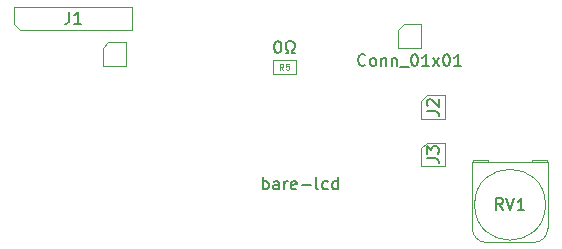
<source format=gbr>
%TF.GenerationSoftware,KiCad,Pcbnew,7.0.9*%
%TF.CreationDate,2024-01-16T21:18:43+00:00*%
%TF.ProjectId,egg-timer,6567672d-7469-46d6-9572-2e6b69636164,rev?*%
%TF.SameCoordinates,Original*%
%TF.FileFunction,AssemblyDrawing,Top*%
%FSLAX46Y46*%
G04 Gerber Fmt 4.6, Leading zero omitted, Abs format (unit mm)*
G04 Created by KiCad (PCBNEW 7.0.9) date 2024-01-16 21:18:43*
%MOMM*%
%LPD*%
G01*
G04 APERTURE LIST*
%ADD10C,0.150000*%
%ADD11C,0.080000*%
%ADD12C,0.100000*%
G04 APERTURE END LIST*
D10*
X123780952Y-81904819D02*
X123876190Y-81904819D01*
X123876190Y-81904819D02*
X123971428Y-81952438D01*
X123971428Y-81952438D02*
X124019047Y-82000057D01*
X124019047Y-82000057D02*
X124066666Y-82095295D01*
X124066666Y-82095295D02*
X124114285Y-82285771D01*
X124114285Y-82285771D02*
X124114285Y-82523866D01*
X124114285Y-82523866D02*
X124066666Y-82714342D01*
X124066666Y-82714342D02*
X124019047Y-82809580D01*
X124019047Y-82809580D02*
X123971428Y-82857200D01*
X123971428Y-82857200D02*
X123876190Y-82904819D01*
X123876190Y-82904819D02*
X123780952Y-82904819D01*
X123780952Y-82904819D02*
X123685714Y-82857200D01*
X123685714Y-82857200D02*
X123638095Y-82809580D01*
X123638095Y-82809580D02*
X123590476Y-82714342D01*
X123590476Y-82714342D02*
X123542857Y-82523866D01*
X123542857Y-82523866D02*
X123542857Y-82285771D01*
X123542857Y-82285771D02*
X123590476Y-82095295D01*
X123590476Y-82095295D02*
X123638095Y-82000057D01*
X123638095Y-82000057D02*
X123685714Y-81952438D01*
X123685714Y-81952438D02*
X123780952Y-81904819D01*
X124495238Y-82904819D02*
X124733333Y-82904819D01*
X124733333Y-82904819D02*
X124733333Y-82714342D01*
X124733333Y-82714342D02*
X124638095Y-82666723D01*
X124638095Y-82666723D02*
X124542857Y-82571485D01*
X124542857Y-82571485D02*
X124495238Y-82428628D01*
X124495238Y-82428628D02*
X124495238Y-82190533D01*
X124495238Y-82190533D02*
X124542857Y-82047676D01*
X124542857Y-82047676D02*
X124638095Y-81952438D01*
X124638095Y-81952438D02*
X124780952Y-81904819D01*
X124780952Y-81904819D02*
X124971428Y-81904819D01*
X124971428Y-81904819D02*
X125114285Y-81952438D01*
X125114285Y-81952438D02*
X125209523Y-82047676D01*
X125209523Y-82047676D02*
X125257142Y-82190533D01*
X125257142Y-82190533D02*
X125257142Y-82428628D01*
X125257142Y-82428628D02*
X125209523Y-82571485D01*
X125209523Y-82571485D02*
X125114285Y-82666723D01*
X125114285Y-82666723D02*
X125019047Y-82714342D01*
X125019047Y-82714342D02*
X125019047Y-82904819D01*
X125019047Y-82904819D02*
X125257142Y-82904819D01*
D11*
X124316666Y-84327149D02*
X124150000Y-84089054D01*
X124030952Y-84327149D02*
X124030952Y-83827149D01*
X124030952Y-83827149D02*
X124221428Y-83827149D01*
X124221428Y-83827149D02*
X124269047Y-83850959D01*
X124269047Y-83850959D02*
X124292857Y-83874768D01*
X124292857Y-83874768D02*
X124316666Y-83922387D01*
X124316666Y-83922387D02*
X124316666Y-83993816D01*
X124316666Y-83993816D02*
X124292857Y-84041435D01*
X124292857Y-84041435D02*
X124269047Y-84065244D01*
X124269047Y-84065244D02*
X124221428Y-84089054D01*
X124221428Y-84089054D02*
X124030952Y-84089054D01*
X124769047Y-83827149D02*
X124530952Y-83827149D01*
X124530952Y-83827149D02*
X124507143Y-84065244D01*
X124507143Y-84065244D02*
X124530952Y-84041435D01*
X124530952Y-84041435D02*
X124578571Y-84017625D01*
X124578571Y-84017625D02*
X124697619Y-84017625D01*
X124697619Y-84017625D02*
X124745238Y-84041435D01*
X124745238Y-84041435D02*
X124769047Y-84065244D01*
X124769047Y-84065244D02*
X124792857Y-84112863D01*
X124792857Y-84112863D02*
X124792857Y-84231911D01*
X124792857Y-84231911D02*
X124769047Y-84279530D01*
X124769047Y-84279530D02*
X124745238Y-84303340D01*
X124745238Y-84303340D02*
X124697619Y-84327149D01*
X124697619Y-84327149D02*
X124578571Y-84327149D01*
X124578571Y-84327149D02*
X124530952Y-84303340D01*
X124530952Y-84303340D02*
X124507143Y-84279530D01*
D10*
X131261904Y-83919580D02*
X131214285Y-83967200D01*
X131214285Y-83967200D02*
X131071428Y-84014819D01*
X131071428Y-84014819D02*
X130976190Y-84014819D01*
X130976190Y-84014819D02*
X130833333Y-83967200D01*
X130833333Y-83967200D02*
X130738095Y-83871961D01*
X130738095Y-83871961D02*
X130690476Y-83776723D01*
X130690476Y-83776723D02*
X130642857Y-83586247D01*
X130642857Y-83586247D02*
X130642857Y-83443390D01*
X130642857Y-83443390D02*
X130690476Y-83252914D01*
X130690476Y-83252914D02*
X130738095Y-83157676D01*
X130738095Y-83157676D02*
X130833333Y-83062438D01*
X130833333Y-83062438D02*
X130976190Y-83014819D01*
X130976190Y-83014819D02*
X131071428Y-83014819D01*
X131071428Y-83014819D02*
X131214285Y-83062438D01*
X131214285Y-83062438D02*
X131261904Y-83110057D01*
X131833333Y-84014819D02*
X131738095Y-83967200D01*
X131738095Y-83967200D02*
X131690476Y-83919580D01*
X131690476Y-83919580D02*
X131642857Y-83824342D01*
X131642857Y-83824342D02*
X131642857Y-83538628D01*
X131642857Y-83538628D02*
X131690476Y-83443390D01*
X131690476Y-83443390D02*
X131738095Y-83395771D01*
X131738095Y-83395771D02*
X131833333Y-83348152D01*
X131833333Y-83348152D02*
X131976190Y-83348152D01*
X131976190Y-83348152D02*
X132071428Y-83395771D01*
X132071428Y-83395771D02*
X132119047Y-83443390D01*
X132119047Y-83443390D02*
X132166666Y-83538628D01*
X132166666Y-83538628D02*
X132166666Y-83824342D01*
X132166666Y-83824342D02*
X132119047Y-83919580D01*
X132119047Y-83919580D02*
X132071428Y-83967200D01*
X132071428Y-83967200D02*
X131976190Y-84014819D01*
X131976190Y-84014819D02*
X131833333Y-84014819D01*
X132595238Y-83348152D02*
X132595238Y-84014819D01*
X132595238Y-83443390D02*
X132642857Y-83395771D01*
X132642857Y-83395771D02*
X132738095Y-83348152D01*
X132738095Y-83348152D02*
X132880952Y-83348152D01*
X132880952Y-83348152D02*
X132976190Y-83395771D01*
X132976190Y-83395771D02*
X133023809Y-83491009D01*
X133023809Y-83491009D02*
X133023809Y-84014819D01*
X133500000Y-83348152D02*
X133500000Y-84014819D01*
X133500000Y-83443390D02*
X133547619Y-83395771D01*
X133547619Y-83395771D02*
X133642857Y-83348152D01*
X133642857Y-83348152D02*
X133785714Y-83348152D01*
X133785714Y-83348152D02*
X133880952Y-83395771D01*
X133880952Y-83395771D02*
X133928571Y-83491009D01*
X133928571Y-83491009D02*
X133928571Y-84014819D01*
X134166667Y-84110057D02*
X134928571Y-84110057D01*
X135357143Y-83014819D02*
X135452381Y-83014819D01*
X135452381Y-83014819D02*
X135547619Y-83062438D01*
X135547619Y-83062438D02*
X135595238Y-83110057D01*
X135595238Y-83110057D02*
X135642857Y-83205295D01*
X135642857Y-83205295D02*
X135690476Y-83395771D01*
X135690476Y-83395771D02*
X135690476Y-83633866D01*
X135690476Y-83633866D02*
X135642857Y-83824342D01*
X135642857Y-83824342D02*
X135595238Y-83919580D01*
X135595238Y-83919580D02*
X135547619Y-83967200D01*
X135547619Y-83967200D02*
X135452381Y-84014819D01*
X135452381Y-84014819D02*
X135357143Y-84014819D01*
X135357143Y-84014819D02*
X135261905Y-83967200D01*
X135261905Y-83967200D02*
X135214286Y-83919580D01*
X135214286Y-83919580D02*
X135166667Y-83824342D01*
X135166667Y-83824342D02*
X135119048Y-83633866D01*
X135119048Y-83633866D02*
X135119048Y-83395771D01*
X135119048Y-83395771D02*
X135166667Y-83205295D01*
X135166667Y-83205295D02*
X135214286Y-83110057D01*
X135214286Y-83110057D02*
X135261905Y-83062438D01*
X135261905Y-83062438D02*
X135357143Y-83014819D01*
X136642857Y-84014819D02*
X136071429Y-84014819D01*
X136357143Y-84014819D02*
X136357143Y-83014819D01*
X136357143Y-83014819D02*
X136261905Y-83157676D01*
X136261905Y-83157676D02*
X136166667Y-83252914D01*
X136166667Y-83252914D02*
X136071429Y-83300533D01*
X136976191Y-84014819D02*
X137500000Y-83348152D01*
X136976191Y-83348152D02*
X137500000Y-84014819D01*
X138071429Y-83014819D02*
X138166667Y-83014819D01*
X138166667Y-83014819D02*
X138261905Y-83062438D01*
X138261905Y-83062438D02*
X138309524Y-83110057D01*
X138309524Y-83110057D02*
X138357143Y-83205295D01*
X138357143Y-83205295D02*
X138404762Y-83395771D01*
X138404762Y-83395771D02*
X138404762Y-83633866D01*
X138404762Y-83633866D02*
X138357143Y-83824342D01*
X138357143Y-83824342D02*
X138309524Y-83919580D01*
X138309524Y-83919580D02*
X138261905Y-83967200D01*
X138261905Y-83967200D02*
X138166667Y-84014819D01*
X138166667Y-84014819D02*
X138071429Y-84014819D01*
X138071429Y-84014819D02*
X137976191Y-83967200D01*
X137976191Y-83967200D02*
X137928572Y-83919580D01*
X137928572Y-83919580D02*
X137880953Y-83824342D01*
X137880953Y-83824342D02*
X137833334Y-83633866D01*
X137833334Y-83633866D02*
X137833334Y-83395771D01*
X137833334Y-83395771D02*
X137880953Y-83205295D01*
X137880953Y-83205295D02*
X137928572Y-83110057D01*
X137928572Y-83110057D02*
X137976191Y-83062438D01*
X137976191Y-83062438D02*
X138071429Y-83014819D01*
X139357143Y-84014819D02*
X138785715Y-84014819D01*
X139071429Y-84014819D02*
X139071429Y-83014819D01*
X139071429Y-83014819D02*
X138976191Y-83157676D01*
X138976191Y-83157676D02*
X138880953Y-83252914D01*
X138880953Y-83252914D02*
X138785715Y-83300533D01*
X142904761Y-96214819D02*
X142571428Y-95738628D01*
X142333333Y-96214819D02*
X142333333Y-95214819D01*
X142333333Y-95214819D02*
X142714285Y-95214819D01*
X142714285Y-95214819D02*
X142809523Y-95262438D01*
X142809523Y-95262438D02*
X142857142Y-95310057D01*
X142857142Y-95310057D02*
X142904761Y-95405295D01*
X142904761Y-95405295D02*
X142904761Y-95548152D01*
X142904761Y-95548152D02*
X142857142Y-95643390D01*
X142857142Y-95643390D02*
X142809523Y-95691009D01*
X142809523Y-95691009D02*
X142714285Y-95738628D01*
X142714285Y-95738628D02*
X142333333Y-95738628D01*
X143190476Y-95214819D02*
X143523809Y-96214819D01*
X143523809Y-96214819D02*
X143857142Y-95214819D01*
X144714285Y-96214819D02*
X144142857Y-96214819D01*
X144428571Y-96214819D02*
X144428571Y-95214819D01*
X144428571Y-95214819D02*
X144333333Y-95357676D01*
X144333333Y-95357676D02*
X144238095Y-95452914D01*
X144238095Y-95452914D02*
X144142857Y-95500533D01*
X122583333Y-94454819D02*
X122583333Y-93454819D01*
X122583333Y-93835771D02*
X122678571Y-93788152D01*
X122678571Y-93788152D02*
X122869047Y-93788152D01*
X122869047Y-93788152D02*
X122964285Y-93835771D01*
X122964285Y-93835771D02*
X123011904Y-93883390D01*
X123011904Y-93883390D02*
X123059523Y-93978628D01*
X123059523Y-93978628D02*
X123059523Y-94264342D01*
X123059523Y-94264342D02*
X123011904Y-94359580D01*
X123011904Y-94359580D02*
X122964285Y-94407200D01*
X122964285Y-94407200D02*
X122869047Y-94454819D01*
X122869047Y-94454819D02*
X122678571Y-94454819D01*
X122678571Y-94454819D02*
X122583333Y-94407200D01*
X123916666Y-94454819D02*
X123916666Y-93931009D01*
X123916666Y-93931009D02*
X123869047Y-93835771D01*
X123869047Y-93835771D02*
X123773809Y-93788152D01*
X123773809Y-93788152D02*
X123583333Y-93788152D01*
X123583333Y-93788152D02*
X123488095Y-93835771D01*
X123916666Y-94407200D02*
X123821428Y-94454819D01*
X123821428Y-94454819D02*
X123583333Y-94454819D01*
X123583333Y-94454819D02*
X123488095Y-94407200D01*
X123488095Y-94407200D02*
X123440476Y-94311961D01*
X123440476Y-94311961D02*
X123440476Y-94216723D01*
X123440476Y-94216723D02*
X123488095Y-94121485D01*
X123488095Y-94121485D02*
X123583333Y-94073866D01*
X123583333Y-94073866D02*
X123821428Y-94073866D01*
X123821428Y-94073866D02*
X123916666Y-94026247D01*
X124392857Y-94454819D02*
X124392857Y-93788152D01*
X124392857Y-93978628D02*
X124440476Y-93883390D01*
X124440476Y-93883390D02*
X124488095Y-93835771D01*
X124488095Y-93835771D02*
X124583333Y-93788152D01*
X124583333Y-93788152D02*
X124678571Y-93788152D01*
X125392857Y-94407200D02*
X125297619Y-94454819D01*
X125297619Y-94454819D02*
X125107143Y-94454819D01*
X125107143Y-94454819D02*
X125011905Y-94407200D01*
X125011905Y-94407200D02*
X124964286Y-94311961D01*
X124964286Y-94311961D02*
X124964286Y-93931009D01*
X124964286Y-93931009D02*
X125011905Y-93835771D01*
X125011905Y-93835771D02*
X125107143Y-93788152D01*
X125107143Y-93788152D02*
X125297619Y-93788152D01*
X125297619Y-93788152D02*
X125392857Y-93835771D01*
X125392857Y-93835771D02*
X125440476Y-93931009D01*
X125440476Y-93931009D02*
X125440476Y-94026247D01*
X125440476Y-94026247D02*
X124964286Y-94121485D01*
X125869048Y-94073866D02*
X126630953Y-94073866D01*
X127250000Y-94454819D02*
X127154762Y-94407200D01*
X127154762Y-94407200D02*
X127107143Y-94311961D01*
X127107143Y-94311961D02*
X127107143Y-93454819D01*
X128059524Y-94407200D02*
X127964286Y-94454819D01*
X127964286Y-94454819D02*
X127773810Y-94454819D01*
X127773810Y-94454819D02*
X127678572Y-94407200D01*
X127678572Y-94407200D02*
X127630953Y-94359580D01*
X127630953Y-94359580D02*
X127583334Y-94264342D01*
X127583334Y-94264342D02*
X127583334Y-93978628D01*
X127583334Y-93978628D02*
X127630953Y-93883390D01*
X127630953Y-93883390D02*
X127678572Y-93835771D01*
X127678572Y-93835771D02*
X127773810Y-93788152D01*
X127773810Y-93788152D02*
X127964286Y-93788152D01*
X127964286Y-93788152D02*
X128059524Y-93835771D01*
X128916667Y-94454819D02*
X128916667Y-93454819D01*
X128916667Y-94407200D02*
X128821429Y-94454819D01*
X128821429Y-94454819D02*
X128630953Y-94454819D01*
X128630953Y-94454819D02*
X128535715Y-94407200D01*
X128535715Y-94407200D02*
X128488096Y-94359580D01*
X128488096Y-94359580D02*
X128440477Y-94264342D01*
X128440477Y-94264342D02*
X128440477Y-93978628D01*
X128440477Y-93978628D02*
X128488096Y-93883390D01*
X128488096Y-93883390D02*
X128535715Y-93835771D01*
X128535715Y-93835771D02*
X128630953Y-93788152D01*
X128630953Y-93788152D02*
X128821429Y-93788152D01*
X128821429Y-93788152D02*
X128916667Y-93835771D01*
X136454819Y-87833333D02*
X137169104Y-87833333D01*
X137169104Y-87833333D02*
X137311961Y-87880952D01*
X137311961Y-87880952D02*
X137407200Y-87976190D01*
X137407200Y-87976190D02*
X137454819Y-88119047D01*
X137454819Y-88119047D02*
X137454819Y-88214285D01*
X136550057Y-87404761D02*
X136502438Y-87357142D01*
X136502438Y-87357142D02*
X136454819Y-87261904D01*
X136454819Y-87261904D02*
X136454819Y-87023809D01*
X136454819Y-87023809D02*
X136502438Y-86928571D01*
X136502438Y-86928571D02*
X136550057Y-86880952D01*
X136550057Y-86880952D02*
X136645295Y-86833333D01*
X136645295Y-86833333D02*
X136740533Y-86833333D01*
X136740533Y-86833333D02*
X136883390Y-86880952D01*
X136883390Y-86880952D02*
X137454819Y-87452380D01*
X137454819Y-87452380D02*
X137454819Y-86833333D01*
X136454819Y-91833333D02*
X137169104Y-91833333D01*
X137169104Y-91833333D02*
X137311961Y-91880952D01*
X137311961Y-91880952D02*
X137407200Y-91976190D01*
X137407200Y-91976190D02*
X137454819Y-92119047D01*
X137454819Y-92119047D02*
X137454819Y-92214285D01*
X136454819Y-91452380D02*
X136454819Y-90833333D01*
X136454819Y-90833333D02*
X136835771Y-91166666D01*
X136835771Y-91166666D02*
X136835771Y-91023809D01*
X136835771Y-91023809D02*
X136883390Y-90928571D01*
X136883390Y-90928571D02*
X136931009Y-90880952D01*
X136931009Y-90880952D02*
X137026247Y-90833333D01*
X137026247Y-90833333D02*
X137264342Y-90833333D01*
X137264342Y-90833333D02*
X137359580Y-90880952D01*
X137359580Y-90880952D02*
X137407200Y-90928571D01*
X137407200Y-90928571D02*
X137454819Y-91023809D01*
X137454819Y-91023809D02*
X137454819Y-91309523D01*
X137454819Y-91309523D02*
X137407200Y-91404761D01*
X137407200Y-91404761D02*
X137359580Y-91452380D01*
X106166666Y-79454819D02*
X106166666Y-80169104D01*
X106166666Y-80169104D02*
X106119047Y-80311961D01*
X106119047Y-80311961D02*
X106023809Y-80407200D01*
X106023809Y-80407200D02*
X105880952Y-80454819D01*
X105880952Y-80454819D02*
X105785714Y-80454819D01*
X107166666Y-80454819D02*
X106595238Y-80454819D01*
X106880952Y-80454819D02*
X106880952Y-79454819D01*
X106880952Y-79454819D02*
X106785714Y-79597676D01*
X106785714Y-79597676D02*
X106690476Y-79692914D01*
X106690476Y-79692914D02*
X106595238Y-79740533D01*
D12*
%TO.C,R5*%
X125400000Y-84725000D02*
X123400000Y-84725000D01*
X125400000Y-83475000D02*
X125400000Y-84725000D01*
X123400000Y-84725000D02*
X123400000Y-83475000D01*
X123400000Y-83475000D02*
X125400000Y-83475000D01*
%TO.C,J5*%
X134000000Y-81000000D02*
X134500000Y-80500000D01*
X134000000Y-82500000D02*
X134000000Y-81000000D01*
X134500000Y-80500000D02*
X136000000Y-80500000D01*
X136000000Y-80500000D02*
X136000000Y-82500000D01*
X136000000Y-82500000D02*
X134000000Y-82500000D01*
%TO.C,RV1*%
X140300000Y-97760000D02*
X140300000Y-92160000D01*
X140400000Y-91960000D02*
X141600000Y-91960000D01*
X140400000Y-92160000D02*
X140400000Y-91960000D01*
X141500000Y-98960000D02*
X145500000Y-98960000D01*
X141600000Y-91960000D02*
X141600000Y-92160000D01*
X145400000Y-91960000D02*
X145400000Y-92160000D01*
X146600000Y-91960000D02*
X145410000Y-91960000D01*
X146600000Y-92160000D02*
X146600000Y-91960000D01*
X146700000Y-92160000D02*
X140300000Y-92160000D01*
X146700000Y-97760000D02*
X146700000Y-92160000D01*
X140300000Y-97760000D02*
G75*
G03*
X141500000Y-98960000I1200000J0D01*
G01*
X145500000Y-98960000D02*
G75*
G03*
X146700000Y-97760000I0J1200000D01*
G01*
X146500000Y-95760000D02*
G75*
G03*
X146500000Y-95760000I-3000000J0D01*
G01*
%TO.C,J4*%
X109000000Y-82500000D02*
X109500000Y-82000000D01*
X109000000Y-84000000D02*
X109000000Y-82500000D01*
X109500000Y-82000000D02*
X111000000Y-82000000D01*
X111000000Y-82000000D02*
X111000000Y-84000000D01*
X111000000Y-84000000D02*
X109000000Y-84000000D01*
%TO.C,J2*%
X136000000Y-87000000D02*
X136500000Y-86500000D01*
X136000000Y-88500000D02*
X136000000Y-87000000D01*
X136500000Y-86500000D02*
X138000000Y-86500000D01*
X138000000Y-86500000D02*
X138000000Y-88500000D01*
X138000000Y-88500000D02*
X136000000Y-88500000D01*
%TO.C,J3*%
X136000000Y-91000000D02*
X136500000Y-90500000D01*
X136000000Y-92500000D02*
X136000000Y-91000000D01*
X136500000Y-90500000D02*
X138000000Y-90500000D01*
X138000000Y-90500000D02*
X138000000Y-92500000D01*
X138000000Y-92500000D02*
X136000000Y-92500000D01*
%TO.C,J1*%
X102000000Y-81000000D02*
X101500000Y-80500000D01*
X111500000Y-81000000D02*
X102000000Y-81000000D01*
X101500000Y-80500000D02*
X101500000Y-79000000D01*
X101500000Y-79000000D02*
X111500000Y-79000000D01*
X111500000Y-79000000D02*
X111500000Y-81000000D01*
%TD*%
M02*

</source>
